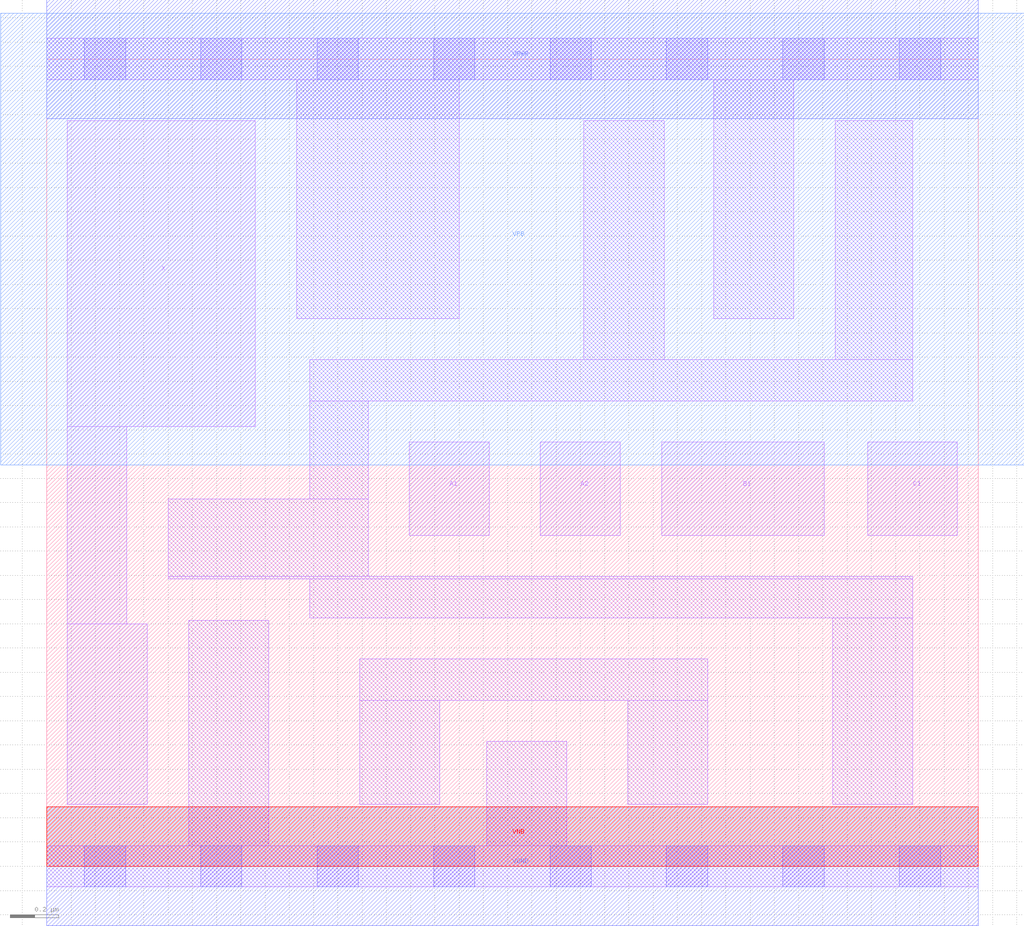
<source format=lef>
# Copyright 2020 The SkyWater PDK Authors
#
# Licensed under the Apache License, Version 2.0 (the "License");
# you may not use this file except in compliance with the License.
# You may obtain a copy of the License at
#
#     https://www.apache.org/licenses/LICENSE-2.0
#
# Unless required by applicable law or agreed to in writing, software
# distributed under the License is distributed on an "AS IS" BASIS,
# WITHOUT WARRANTIES OR CONDITIONS OF ANY KIND, either express or implied.
# See the License for the specific language governing permissions and
# limitations under the License.
#
# SPDX-License-Identifier: Apache-2.0

VERSION 5.7 ;
  NOWIREEXTENSIONATPIN ON ;
  DIVIDERCHAR "/" ;
  BUSBITCHARS "[]" ;
MACRO sky130_fd_sc_lp__o211a_1
  CLASS CORE ;
  FOREIGN sky130_fd_sc_lp__o211a_1 ;
  ORIGIN  0.000000  0.000000 ;
  SIZE  3.840000 BY  3.330000 ;
  SYMMETRY X Y R90 ;
  SITE unit ;
  PIN A1
    ANTENNAGATEAREA  0.315000 ;
    DIRECTION INPUT ;
    USE SIGNAL ;
    PORT
      LAYER li1 ;
        RECT 1.495000 1.365000 1.825000 1.750000 ;
    END
  END A1
  PIN A2
    ANTENNAGATEAREA  0.315000 ;
    DIRECTION INPUT ;
    USE SIGNAL ;
    PORT
      LAYER li1 ;
        RECT 2.035000 1.365000 2.365000 1.750000 ;
    END
  END A2
  PIN B1
    ANTENNAGATEAREA  0.315000 ;
    DIRECTION INPUT ;
    USE SIGNAL ;
    PORT
      LAYER li1 ;
        RECT 2.535000 1.365000 3.205000 1.750000 ;
    END
  END B1
  PIN C1
    ANTENNAGATEAREA  0.315000 ;
    DIRECTION INPUT ;
    USE SIGNAL ;
    PORT
      LAYER li1 ;
        RECT 3.385000 1.365000 3.755000 1.750000 ;
    END
  END C1
  PIN X
    ANTENNADIFFAREA  0.556500 ;
    DIRECTION OUTPUT ;
    USE SIGNAL ;
    PORT
      LAYER li1 ;
        RECT 0.085000 0.255000 0.415000 1.000000 ;
        RECT 0.085000 1.000000 0.330000 1.815000 ;
        RECT 0.085000 1.815000 0.860000 3.075000 ;
    END
  END X
  PIN VGND
    DIRECTION INOUT ;
    USE GROUND ;
    PORT
      LAYER met1 ;
        RECT 0.000000 -0.245000 3.840000 0.245000 ;
    END
  END VGND
  PIN VNB
    DIRECTION INOUT ;
    USE GROUND ;
    PORT
      LAYER pwell ;
        RECT 0.000000 0.000000 3.840000 0.245000 ;
    END
  END VNB
  PIN VPB
    DIRECTION INOUT ;
    USE POWER ;
    PORT
      LAYER nwell ;
        RECT -0.190000 1.655000 4.030000 3.520000 ;
    END
  END VPB
  PIN VPWR
    DIRECTION INOUT ;
    USE POWER ;
    PORT
      LAYER met1 ;
        RECT 0.000000 3.085000 3.840000 3.575000 ;
    END
  END VPWR
  OBS
    LAYER li1 ;
      RECT 0.000000 -0.085000 3.840000 0.085000 ;
      RECT 0.000000  3.245000 3.840000 3.415000 ;
      RECT 0.500000  1.185000 3.570000 1.195000 ;
      RECT 0.500000  1.195000 1.325000 1.515000 ;
      RECT 0.585000  0.085000 0.915000 1.015000 ;
      RECT 1.030000  2.260000 1.700000 3.245000 ;
      RECT 1.085000  1.025000 3.570000 1.185000 ;
      RECT 1.085000  1.515000 1.325000 1.920000 ;
      RECT 1.085000  1.920000 3.570000 2.090000 ;
      RECT 1.290000  0.255000 1.620000 0.685000 ;
      RECT 1.290000  0.685000 2.725000 0.855000 ;
      RECT 1.815000  0.085000 2.145000 0.515000 ;
      RECT 2.215000  2.090000 2.545000 3.075000 ;
      RECT 2.395000  0.255000 2.725000 0.685000 ;
      RECT 2.750000  2.260000 3.080000 3.245000 ;
      RECT 3.240000  0.255000 3.570000 1.025000 ;
      RECT 3.250000  2.090000 3.570000 3.075000 ;
    LAYER mcon ;
      RECT 0.155000 -0.085000 0.325000 0.085000 ;
      RECT 0.155000  3.245000 0.325000 3.415000 ;
      RECT 0.635000 -0.085000 0.805000 0.085000 ;
      RECT 0.635000  3.245000 0.805000 3.415000 ;
      RECT 1.115000 -0.085000 1.285000 0.085000 ;
      RECT 1.115000  3.245000 1.285000 3.415000 ;
      RECT 1.595000 -0.085000 1.765000 0.085000 ;
      RECT 1.595000  3.245000 1.765000 3.415000 ;
      RECT 2.075000 -0.085000 2.245000 0.085000 ;
      RECT 2.075000  3.245000 2.245000 3.415000 ;
      RECT 2.555000 -0.085000 2.725000 0.085000 ;
      RECT 2.555000  3.245000 2.725000 3.415000 ;
      RECT 3.035000 -0.085000 3.205000 0.085000 ;
      RECT 3.035000  3.245000 3.205000 3.415000 ;
      RECT 3.515000 -0.085000 3.685000 0.085000 ;
      RECT 3.515000  3.245000 3.685000 3.415000 ;
  END
END sky130_fd_sc_lp__o211a_1
END LIBRARY

</source>
